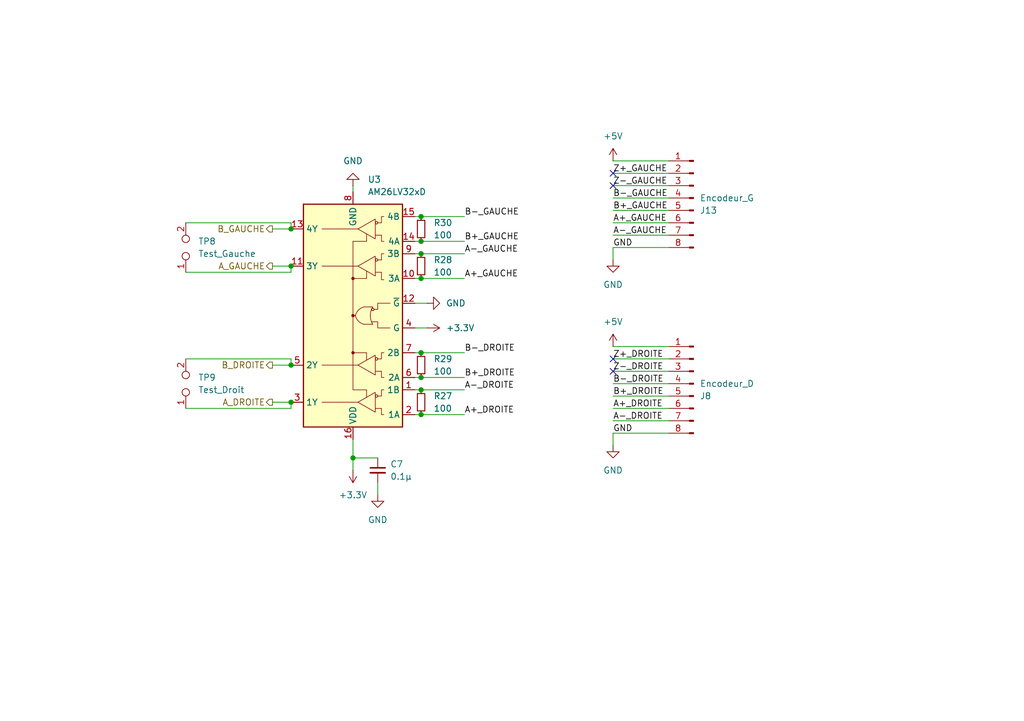
<source format=kicad_sch>
(kicad_sch (version 20231120) (generator "eeschema") (generator_version "8.0")
  (paper "A5")
  (title_block (title "Carte Principale") (date "2024-08-12") (company "CRINSA") (comment 1 "Carte de contrôle pour le robot"))
  (lib_symbols
    (symbol "Connector:Conn_01x08_Pin" (pin_names (offset 1.016) hide)
      (property "Reference" "J" (at 0 10.16 0))
      (property "Value" "Conn_01x08_Pin" (at 0 -12.7 0))
      (symbol "Conn_01x08_Pin_1_1"
        (polyline (pts (xy 1.27 -10.16) (xy 0.8636 -10.16)) (stroke (width 0.1524)))
        (polyline (pts (xy 1.27 -7.62) (xy 0.8636 -7.62)) (stroke (width 0.1524)))
        (polyline (pts (xy 1.27 -5.08) (xy 0.8636 -5.08)) (stroke (width 0.1524)))
        (polyline (pts (xy 1.27 -2.54) (xy 0.8636 -2.54)) (stroke (width 0.1524)))
        (polyline (pts (xy 1.27 0) (xy 0.8636 0)) (stroke (width 0.1524)))
        (polyline (pts (xy 1.27 2.54) (xy 0.8636 2.54)) (stroke (width 0.1524)))
        (polyline (pts (xy 1.27 5.08) (xy 0.8636 5.08)) (stroke (width 0.1524)))
        (polyline (pts (xy 1.27 7.62) (xy 0.8636 7.62)) (stroke (width 0.1524)))
        (rectangle (start 0.8636 -10.033) (end 0 -10.287) (stroke (width 0.1524)) (fill (type outline)))
        (rectangle (start 0.8636 -7.493) (end 0 -7.747) (stroke (width 0.1524)) (fill (type outline)))
        (rectangle (start 0.8636 -4.953) (end 0 -5.207) (stroke (width 0.1524)) (fill (type outline)))
        (rectangle (start 0.8636 -2.413) (end 0 -2.667) (stroke (width 0.1524)) (fill (type outline)))
        (rectangle (start 0.8636 0.127) (end 0 -0.127) (stroke (width 0.1524)) (fill (type outline)))
        (rectangle (start 0.8636 2.667) (end 0 2.413) (stroke (width 0.1524)) (fill (type outline)))
        (rectangle (start 0.8636 5.207) (end 0 4.953) (stroke (width 0.1524)) (fill (type outline)))
        (rectangle (start 0.8636 7.747) (end 0 7.493) (stroke (width 0.1524)) (fill (type outline)))
        (pin passive line (at 5.08 7.62 180) (length 3.81) (name "Pin_1") (number "1"))
        (pin passive line (at 5.08 5.08 180) (length 3.81) (name "Pin_2") (number "2"))
        (pin passive line (at 5.08 2.54 180) (length 3.81) (name "Pin_3") (number "3"))
        (pin passive line (at 5.08 0 180) (length 3.81) (name "Pin_4") (number "4"))
        (pin passive line (at 5.08 -2.54 180) (length 3.81) (name "Pin_5") (number "5"))
        (pin passive line (at 5.08 -5.08 180) (length 3.81) (name "Pin_6") (number "6"))
        (pin passive line (at 5.08 -7.62 180) (length 3.81) (name "Pin_7") (number "7"))
        (pin passive line (at 5.08 -10.16 180) (length 3.81) (name "Pin_8") (number "8"))
      )
    )
    (symbol "Connector:TestPoint_2Pole" (pin_names (offset 0.762) hide)
      (property "Reference" "TP" (at 0 1.524 0))
      (property "Value" "TestPoint_2Pole" (at 0 -1.778 0))
      (symbol "TestPoint_2Pole_0_1"
        (circle (center -1.778 0) (radius 0.762))
        (circle (center 1.778 0) (radius 0.762))
        (pin passive line (at -5.08 0 0) (length 2.54) (name "1") (number "1"))
        (pin passive line (at 5.08 0 180) (length 2.54) (name "2") (number "2"))
      )
    )
    (symbol "Device:C_Small" (pin_numbers hide) (pin_names (offset 0.254) hide)
      (property "Reference" "C" (at 0.254 1.778 0))
      (property "Value" "C_Small" (at 0.254 -2.032 0))
      (symbol "C_Small_0_1"
        (polyline (pts (xy -1.524 -0.508) (xy 1.524 -0.508)) (stroke (width 0.3302)))
        (polyline (pts (xy -1.524 0.508) (xy 1.524 0.508)) (stroke (width 0.3048)))
      )
      (symbol "C_Small_1_1"
        (pin passive line (at 0 2.54 270) (length 2.032) (name "~") (number "1"))
        (pin passive line (at 0 -2.54 90) (length 2.032) (name "~") (number "2"))
      )
    )
    (symbol "Device:R_Small" (pin_numbers hide) (pin_names (offset 0.254) hide)
      (property "Reference" "R" (at 0.762 0.508 0))
      (property "Value" "R_Small" (at 0.762 -1.016 0))
      (symbol "R_Small_0_1"
        (rectangle (start -0.762 1.778) (end 0.762 -1.778) (stroke (width 0.2032)))
      )
      (symbol "R_Small_1_1"
        (pin passive line (at 0 2.54 270) (length 0.762) (name "~") (number "1"))
        (pin passive line (at 0 -2.54 90) (length 0.762) (name "~") (number "2"))
      )
    )
    (symbol "Interface:AM26LV32xD"
      (property "Reference" "U" (at -8.89 24.13 0))
      (property "Value" "AM26LV32xD" (at 10.16 24.13 0))
      (symbol "AM26LV32xD_0_1"
        (rectangle (start -10.16 22.86) (end 10.16 -22.86) (stroke (width 0.254)) (fill (type background)))
        (circle (center -4.826 16.51) (radius 0.254))
        (arc (start -4.064 -1.778) (mid -3.5541 0) (end -4.064 1.778) (stroke (width 0.127)))
        (circle (center -4.064 -1.27) (radius 0.254))
        (arc (start -2.286 -1.778) (mid -1.1381 -1.1479) (end -0.508 0) (stroke (width 0.127)))
        (arc (start -0.508 0) (mid -1.1381 1.1479) (end -2.286 1.778) (stroke (width 0.127)))
        (circle (center 0 -7.62) (radius 0.254) (fill (type outline)))
        (polyline (pts (xy -5.842 16.51) (xy -5.08 16.51)) (stroke (width 0.127)))
        (polyline (pts (xy -5.842 19.05) (xy -4.572 19.05)) (stroke (width 0.127)))
        (polyline (pts (xy -4.064 -1.778) (xy -2.286 -1.778)) (stroke (width 0.127)))
        (polyline (pts (xy -2.286 1.778) (xy -4.064 1.778)) (stroke (width 0.127)))
        (polyline (pts (xy -1.016 -17.78) (xy 6.35 -17.78)) (stroke (width 0.127)))
        (polyline (pts (xy -1.016 -10.16) (xy 6.35 -10.16)) (stroke (width 0.127)))
        (polyline (pts (xy -1.016 10.16) (xy 6.35 10.16)) (stroke (width 0.127)))
        (polyline (pts (xy -1.016 17.78) (xy 6.35 17.78)) (stroke (width 0.127)))
        (polyline (pts (xy -0.508 0) (xy 0 0)))
        (polyline (pts (xy 0 0) (xy 0 -15.24)) (stroke (width 0.127)))
        (polyline (pts (xy 0 7.62) (xy 0 0)) (stroke (width 0.127)))
        (polyline (pts (xy -5.842 -19.05) (xy -5.842 -20.32) (xy -6.35 -20.32)) (stroke (width 0.127)))
        (polyline (pts (xy -5.842 -16.51) (xy -5.842 -15.24) (xy -6.35 -15.24)) (stroke (width 0.127)))
        (polyline (pts (xy -5.842 -11.43) (xy -5.842 -12.7) (xy -6.35 -12.7)) (stroke (width 0.127)))
        (polyline (pts (xy -5.842 -8.89) (xy -5.842 -7.366) (xy -6.35 -7.366)) (stroke (width 0.127)))
        (polyline (pts (xy -5.842 8.89) (xy -5.842 7.62) (xy -6.35 7.62)) (stroke (width 0.127)))
        (polyline (pts (xy -5.842 11.43) (xy -5.842 12.7) (xy -6.35 12.7)) (stroke (width 0.127)))
        (polyline (pts (xy -5.842 19.05) (xy -5.842 20.32) (xy -6.35 20.32)) (stroke (width 0.127)))
        (polyline (pts (xy 0 -15.24) (xy -2.794 -15.24) (xy -2.794 -16.764)) (stroke (width 0.127)))
        (polyline (pts (xy 0 -7.62) (xy -2.794 -7.62) (xy -2.794 -9.144)) (stroke (width 0.127)))
        (polyline (pts (xy 0 7.62) (xy -2.794 7.62) (xy -2.794 9.144)) (stroke (width 0.127)))
        (polyline (pts (xy -7.62 2.54) (xy -5.08 2.54) (xy -5.08 1.27) (xy -3.81 1.27)) (stroke (width 0.127)))
        (polyline (pts (xy -5.842 16.51) (xy -5.842 15.24) (xy -6.096 15.24) (xy -6.35 15.24)) (stroke (width 0.127)))
        (polyline (pts (xy -4.572 19.812) (xy -4.572 15.748) (xy -1.016 17.78) (xy -4.572 19.812)) (stroke (width 0.127)))
        (polyline (pts (xy -4.318 -1.27) (xy -5.08 -1.27) (xy -5.08 -2.54) (xy -7.62 -2.54)) (stroke (width 0.127)))
        (polyline (pts (xy 0 7.62) (xy 0 15.24) (xy -2.794 15.24) (xy -2.794 16.764)) (stroke (width 0.127)))
        (circle (center 0 0) (radius 0.254) (fill (type outline)))
        (circle (center 0 7.62) (radius 0.254) (fill (type outline)))
      )
      (symbol "AM26LV32xD_1_1"
        (circle (center -4.826 -19.05) (radius 0.254))
        (circle (center -4.826 -11.43) (radius 0.254))
        (circle (center -4.826 8.89) (radius 0.254))
        (polyline (pts (xy -5.842 -19.05) (xy -5.08 -19.05)) (stroke (width 0.127)))
        (polyline (pts (xy -5.842 -16.51) (xy -4.572 -16.51)) (stroke (width 0.127)))
        (polyline (pts (xy -5.842 -11.43) (xy -5.08 -11.43)) (stroke (width 0.127)))
        (polyline (pts (xy -5.842 -8.89) (xy -4.572 -8.89)) (stroke (width 0.127)))
        (polyline (pts (xy -5.842 8.89) (xy -5.08 8.89)) (stroke (width 0.127)))
        (polyline (pts (xy -5.842 11.43) (xy -4.572 11.43)) (stroke (width 0.127)))
        (polyline (pts (xy -4.572 -15.748) (xy -4.572 -19.812) (xy -1.016 -17.78) (xy -4.572 -15.748)) (stroke (width 0.127)))
        (polyline (pts (xy -4.572 -8.128) (xy -4.572 -12.192) (xy -1.016 -10.16) (xy -4.572 -8.128)) (stroke (width 0.127)))
        (polyline (pts (xy -4.572 12.192) (xy -4.572 8.128) (xy -1.016 10.16) (xy -4.572 12.192)) (stroke (width 0.127)))
        (pin input line (at -12.7 15.24 0) (length 2.54) (name "1B") (number "1"))
        (pin input line (at -12.7 -7.62 0) (length 2.54) (name "3A") (number "10"))
        (pin tri_state line (at 12.7 -10.16 180) (length 2.54) (name "3Y") (number "11"))
        (pin input line (at -12.7 -2.54 0) (length 2.54) (name "~{G}") (number "12"))
        (pin tri_state line (at 12.7 -17.78 180) (length 2.54) (name "4Y") (number "13"))
        (pin input line (at -12.7 -15.24 0) (length 2.54) (name "4A") (number "14"))
        (pin input line (at -12.7 -20.32 0) (length 2.54) (name "4B") (number "15"))
        (pin power_in line (at 0 25.4 270) (length 2.54) (name "VDD") (number "16"))
        (pin input line (at -12.7 20.32 0) (length 2.54) (name "1A") (number "2"))
        (pin tri_state line (at 12.7 17.78 180) (length 2.54) (name "1Y") (number "3"))
        (pin input line (at -12.7 2.54 0) (length 2.54) (name "G") (number "4"))
        (pin tri_state line (at 12.7 10.16 180) (length 2.54) (name "2Y") (number "5"))
        (pin input line (at -12.7 12.7 0) (length 2.54) (name "2A") (number "6"))
        (pin input line (at -12.7 7.62 0) (length 2.54) (name "2B") (number "7"))
        (pin power_in line (at 0 -25.4 90) (length 2.54) (name "GND") (number "8"))
        (pin input line (at -12.7 -12.7 0) (length 2.54) (name "3B") (number "9"))
      )
    )
    (symbol "power:+3.3V" (power) (pin_numbers hide) (pin_names (offset 0) hide)
      (property "Value" "+3.3V" (at 0 3.556 0))
      (symbol "+3.3V_0_1"
        (polyline (pts (xy -0.762 1.27) (xy 0 2.54)))
        (polyline (pts (xy 0 0) (xy 0 2.54)))
        (polyline (pts (xy 0 2.54) (xy 0.762 1.27)))
      )
      (symbol "+3.3V_1_1"
        (pin power_in line (at 0 0 90) (length 0) (name "~") (number "1"))
      )
    )
    (symbol "power:+5V" (power) (pin_numbers hide) (pin_names (offset 0) hide)
      (property "Value" "+5V" (at 0 3.556 0))
      (symbol "+5V_0_1"
        (polyline (pts (xy -0.762 1.27) (xy 0 2.54)))
        (polyline (pts (xy 0 0) (xy 0 2.54)))
        (polyline (pts (xy 0 2.54) (xy 0.762 1.27)))
      )
      (symbol "+5V_1_1"
        (pin power_in line (at 0 0 90) (length 0) (name "~") (number "1"))
      )
    )
    (symbol "power:GND" (power) (pin_numbers hide) (pin_names (offset 0) hide)
      (property "Value" "GND" (at 0 -3.81 0))
      (symbol "GND_0_1"
        (polyline (pts (xy 0 0) (xy 0 -1.27) (xy 1.27 -1.27) (xy 0 -2.54) (xy -1.27 -1.27) (xy 0 -1.27)))
      )
      (symbol "GND_1_1"
        (pin power_in line (at 0 0 270) (length 0) (name "~") (number "1"))
      )
    )
  )
  (junction (at 59.69 54.61))
  (junction (at 59.69 74.93))
  (junction (at 86.36 49.53))
  (junction (at 86.36 44.45))
  (junction (at 86.36 52.07))
  (junction (at 86.36 57.15))
  (junction (at 86.36 80.01))
  (junction (at 59.69 46.99))
  (junction (at 86.36 85.09))
  (junction (at 59.69 82.55))
  (junction (at 86.36 72.39))
  (junction (at 86.36 77.47))
  (junction (at 72.39 93.98))
  (no_connect (at 125.73 76.2))
  (no_connect (at 125.73 35.56))
  (no_connect (at 125.73 73.66))
  (no_connect (at 125.73 38.1))
  (wire (pts (xy 59.69 83.82) (xy 59.69 82.55)))
  (wire (pts (xy 95.25 49.53) (xy 86.36 49.53)))
  (wire (pts (xy 86.36 72.39) (xy 85.09 72.39)))
  (wire (pts (xy 86.36 77.47) (xy 85.09 77.47)))
  (wire (pts (xy 86.36 57.15) (xy 95.25 57.15)))
  (wire (pts (xy 86.36 80.01) (xy 85.09 80.01)))
  (wire (pts (xy 77.47 99.06) (xy 77.47 101.6)))
  (wire (pts (xy 87.63 62.23) (xy 85.09 62.23)))
  (wire (pts (xy 95.25 77.47) (xy 86.36 77.47)))
  (wire (pts (xy 137.16 45.72) (xy 125.73 45.72)) (stroke (width 0.1524)))
  (wire (pts (xy 55.88 46.99) (xy 59.69 46.99)))
  (wire (pts (xy 55.88 54.61) (xy 59.69 54.61)))
  (wire (pts (xy 137.16 71.12) (xy 125.73 71.12)) (stroke (width 0.1524)))
  (wire (pts (xy 95.25 80.01) (xy 86.36 80.01)))
  (wire (pts (xy 38.1 83.82) (xy 59.69 83.82)))
  (wire (pts (xy 72.39 93.98) (xy 72.39 90.17)))
  (wire (pts (xy 137.16 33.02) (xy 125.73 33.02)) (stroke (width 0.1524)))
  (wire (pts (xy 86.36 52.07) (xy 95.25 52.07)))
  (wire (pts (xy 85.09 52.07) (xy 86.36 52.07)))
  (wire (pts (xy 95.25 44.45) (xy 86.36 44.45)))
  (wire (pts (xy 38.1 73.66) (xy 59.69 73.66)))
  (wire (pts (xy 72.39 38.1) (xy 72.39 39.37)))
  (wire (pts (xy 59.69 55.88) (xy 59.69 54.61)))
  (wire (pts (xy 55.88 74.93) (xy 59.69 74.93)))
  (wire (pts (xy 137.16 76.2) (xy 125.73 76.2)) (stroke (width 0.1524)))
  (wire (pts (xy 86.36 49.53) (xy 85.09 49.53)))
  (wire (pts (xy 137.16 73.66) (xy 125.73 73.66)) (stroke (width 0.1524)))
  (wire (pts (xy 125.73 91.44) (xy 125.73 88.9)) (stroke (width 0.1524)))
  (wire (pts (xy 86.36 44.45) (xy 85.09 44.45)))
  (wire (pts (xy 86.36 85.09) (xy 85.09 85.09)))
  (wire (pts (xy 72.39 96.52) (xy 72.39 93.98)))
  (wire (pts (xy 137.16 38.1) (xy 125.73 38.1)) (stroke (width 0.1524)))
  (wire (pts (xy 38.1 55.88) (xy 59.69 55.88)))
  (wire (pts (xy 137.16 78.74) (xy 125.73 78.74)) (stroke (width 0.1524)))
  (wire (pts (xy 137.16 40.64) (xy 125.73 40.64)) (stroke (width 0.1524)))
  (wire (pts (xy 38.1 45.72) (xy 59.69 45.72)))
  (wire (pts (xy 85.09 57.15) (xy 86.36 57.15)))
  (wire (pts (xy 137.16 50.8) (xy 125.73 50.8)) (stroke (width 0.1524)))
  (wire (pts (xy 137.16 43.18) (xy 125.73 43.18)) (stroke (width 0.1524)))
  (wire (pts (xy 137.16 88.9) (xy 125.73 88.9)) (stroke (width 0.1524)))
  (wire (pts (xy 95.25 85.09) (xy 86.36 85.09)))
  (wire (pts (xy 72.39 93.98) (xy 77.47 93.98)))
  (wire (pts (xy 137.16 83.82) (xy 125.73 83.82)) (stroke (width 0.1524)))
  (wire (pts (xy 55.88 82.55) (xy 59.69 82.55)))
  (wire (pts (xy 137.16 81.28) (xy 125.73 81.28)) (stroke (width 0.1524)))
  (wire (pts (xy 125.73 53.34) (xy 125.73 50.8)) (stroke (width 0.1524)))
  (wire (pts (xy 87.63 67.31) (xy 85.09 67.31)))
  (wire (pts (xy 59.69 73.66) (xy 59.69 74.93)))
  (wire (pts (xy 59.69 45.72) (xy 59.69 46.99)))
  (wire (pts (xy 137.16 48.26) (xy 125.73 48.26)) (stroke (width 0.1524)))
  (wire (pts (xy 137.16 86.36) (xy 125.73 86.36)) (stroke (width 0.1524)))
  (wire (pts (xy 95.25 72.39) (xy 86.36 72.39)))
  (wire (pts (xy 137.16 35.56) (xy 125.73 35.56)) (stroke (width 0.1524)))
  (label "A+_GAUCHE" (at 125.73 45.72 0) (effects (font (size 1.2446 1.2446))))
  (label "B-_GAUCHE" (at 95.25 44.45 0) (effects (font (size 1.2446 1.2446))))
  (label "A-_DROITE" (at 125.73 86.36 0) (effects (font (size 1.2446 1.2446))))
  (label "B-_DROITE" (at 95.25 72.39 0) (effects (font (size 1.2446 1.2446))))
  (label "GND" (at 125.73 50.8 0) (effects (font (size 1.2446 1.2446))))
  (label "B+_GAUCHE" (at 95.25 49.53 0) (effects (font (size 1.2446 1.2446))))
  (label "A-_GAUCHE" (at 125.73 48.26 0) (effects (font (size 1.2446 1.2446))))
  (label "B+_DROITE" (at 125.73 81.28 0) (effects (font (size 1.2446 1.2446))))
  (label "Z-_GAUCHE" (at 125.73 38.1 0) (effects (font (size 1.2446 1.2446))))
  (label "A-_GAUCHE" (at 95.25 52.07 0) (effects (font (size 1.2446 1.2446))))
  (label "B-_GAUCHE" (at 125.73 40.64 0) (effects (font (size 1.2446 1.2446))))
  (label "Z-_DROITE" (at 125.73 76.2 0) (effects (font (size 1.2446 1.2446))))
  (label "B-_DROITE" (at 125.73 78.74 0) (effects (font (size 1.2446 1.2446))))
  (label "Z+_DROITE" (at 125.73 73.66 0) (effects (font (size 1.2446 1.2446))))
  (label "A-_DROITE" (at 95.25 80.01 0) (effects (font (size 1.2446 1.2446))))
  (label "Z+_GAUCHE" (at 125.73 35.56 0) (effects (font (size 1.2446 1.2446))))
  (label "A+_GAUCHE" (at 95.25 57.15 0) (effects (font (size 1.2446 1.2446))))
  (label "A+_DROITE" (at 125.73 83.82 0) (effects (font (size 1.2446 1.2446))))
  (label "B+_GAUCHE" (at 125.73 43.18 0) (effects (font (size 1.2446 1.2446))))
  (label "GND" (at 125.73 88.9 0) (effects (font (size 1.2446 1.2446))))
  (label "A+_DROITE" (at 95.25 85.09 0) (effects (font (size 1.2446 1.2446))))
  (label "B+_DROITE" (at 95.25 77.47 0) (effects (font (size 1.2446 1.2446))))
  (hierarchical_label "B_DROITE" (shape output) (at 55.88 74.93 180))
  (hierarchical_label "B_GAUCHE" (shape output) (at 55.88 46.99 180))
  (hierarchical_label "A_GAUCHE" (shape output) (at 55.88 54.61 180))
  (hierarchical_label "A_DROITE" (shape output) (at 55.88 82.55 180))
  (symbol (lib_id "power:GND") (at 125.73 91.44 0) (unit 1)
    (property "Reference" "#PWR034" (effects (hide yes)))
    (property "Value" "GND" (at 125.73 96.52 0))
    (property "Description" "Power symbol creates a global label with name \"GND\" , ground" (effects (hide yes)))
  )
  (symbol (lib_id "Connector:TestPoint_2Pole") (at 38.1 78.74 90) (unit 1)
    (property "Reference" "TP9" (at 40.64 77.4699 90) (effects (justify right)))
    (property "Value" "Test_Droit" (at 40.64 80.0099 90) (effects (justify right)))
    (property "Footprint" "TestPoint:TestPoint_2Pads_Pitch2.54mm_Drill0.8mm" (effects (hide yes)))
    (property "Description" "2-polar test point" (effects (hide yes)))
  )
  (symbol (lib_id "power:+5V") (at 125.73 33.02 0) (unit 1)
    (property "Reference" "#PWR027" (effects (hide yes)))
    (property "Value" "+5V" (at 125.73 27.94 0))
    (property "Description" "Power symbol creates a global label with name \"+5V\"" (effects (hide yes)))
  )
  (symbol (lib_id "Connector:Conn_01x08_Pin") (at 142.24 78.74 0) (mirror y) (unit 1)
    (property "Reference" "J8" (at 143.51 81.2801 0) (effects (justify right)))
    (property "Value" "Encodeur_D" (at 143.51 78.7401 0) (effects (justify right)))
    (property "Footprint" "Connector_JST:JST_XH_B8B-XH-A_1x08_P2.50mm_Vertical" (effects (hide yes)))
    (property "Description" "Generic connector, single row, 01x08, script generated" (effects (hide yes)))
  )
  (symbol (lib_id "Connector:TestPoint_2Pole") (at 38.1 50.8 90) (unit 1)
    (property "Reference" "TP8" (at 40.64 49.5299 90) (effects (justify right)))
    (property "Value" "Test_Gauche" (at 40.64 52.0699 90) (effects (justify right)))
    (property "Footprint" "TestPoint:TestPoint_2Pads_Pitch2.54mm_Drill0.8mm" (effects (hide yes)))
    (property "Description" "2-polar test point" (effects (hide yes)))
  )
  (symbol (lib_id "power:GND") (at 77.47 101.6 0) (unit 1)
    (property "Reference" "#PWR011" (effects (hide yes)))
    (property "Value" "GND" (at 77.47 106.68 0))
    (property "Description" "Power symbol creates a global label with name \"GND\" , ground" (effects (hide yes)))
  )
  (symbol (lib_id "power:+5V") (at 125.73 71.12 0) (unit 1)
    (property "Reference" "#PWR032" (effects (hide yes)))
    (property "Value" "+5V" (at 125.73 66.04 0))
    (property "Description" "Power symbol creates a global label with name \"+5V\"" (effects (hide yes)))
  )
  (symbol (lib_id "Device:R_Small") (at 86.36 74.93 0) (unit 1)
    (property "Reference" "R29" (at 88.9 73.6599 0) (effects (justify left)))
    (property "Value" "100" (at 88.9 76.1999 0) (effects (justify left)))
    (property "Footprint" "Resistor_SMD:R_1210_3225Metric_Pad1.30x2.65mm_HandSolder" (effects (hide yes)))
    (property "Description" "Resistor, small symbol" (effects (hide yes)))
  )
  (symbol (lib_id "Device:R_Small") (at 86.36 54.61 0) (unit 1)
    (property "Reference" "R28" (at 88.9 53.3399 0) (effects (justify left)))
    (property "Value" "100" (at 88.9 55.8799 0) (effects (justify left)))
    (property "Footprint" "Resistor_SMD:R_1210_3225Metric_Pad1.30x2.65mm_HandSolder" (effects (hide yes)))
    (property "Description" "Resistor, small symbol" (effects (hide yes)))
  )
  (symbol (lib_id "power:GND") (at 87.63 62.23 90) (unit 1)
    (property "Reference" "#PWR030" (effects (hide yes)))
    (property "Value" "GND" (at 91.44 62.23 90) (effects (justify right)))
    (property "Description" "Power symbol creates a global label with name \"GND\" , ground" (effects (hide yes)))
  )
  (symbol (lib_id "power:GND") (at 72.39 38.1 180) (unit 1)
    (property "Reference" "#PWR028" (effects (hide yes)))
    (property "Value" "GND" (at 72.39 33.02 0))
    (property "Description" "Power symbol creates a global label with name \"GND\" , ground" (effects (hide yes)))
  )
  (symbol (lib_id "Connector:Conn_01x08_Pin") (at 142.24 40.64 0) (mirror y) (unit 1)
    (property "Reference" "J13" (at 143.51 43.1801 0) (effects (justify right)))
    (property "Value" "Encodeur_G" (at 143.51 40.6401 0) (effects (justify right)))
    (property "Footprint" "Connector_JST:JST_XH_B8B-XH-A_1x08_P2.50mm_Vertical" (effects (hide yes)))
    (property "Description" "Generic connector, single row, 01x08, script generated" (effects (hide yes)))
  )
  (symbol (lib_id "Device:R_Small") (at 86.36 46.99 0) (unit 1)
    (property "Reference" "R30" (at 88.9 45.7199 0) (effects (justify left)))
    (property "Value" "100" (at 88.9 48.2599 0) (effects (justify left)))
    (property "Footprint" "Resistor_SMD:R_1210_3225Metric_Pad1.30x2.65mm_HandSolder" (effects (hide yes)))
    (property "Description" "Resistor, small symbol" (effects (hide yes)))
  )
  (symbol (lib_id "power:+3.3V") (at 87.63 67.31 270) (unit 1)
    (property "Reference" "#PWR031" (effects (hide yes)))
    (property "Value" "+3.3V" (at 91.44 67.31 90) (effects (justify left)))
    (property "Description" "Power symbol creates a global label with name \"+3.3V\"" (effects (hide yes)))
  )
  (symbol (lib_id "power:+3.3V") (at 72.39 96.52 180) (unit 1)
    (property "Reference" "#PWR033" (effects (hide yes)))
    (property "Value" "+3.3V" (at 72.39 101.6 0))
    (property "Description" "Power symbol creates a global label with name \"+3.3V\"" (effects (hide yes)))
  )
  (symbol (lib_id "Device:R_Small") (at 86.36 82.55 0) (unit 1)
    (property "Reference" "R27" (at 88.9 81.2799 0) (effects (justify left)))
    (property "Value" "100" (at 88.9 83.8199 0) (effects (justify left)))
    (property "Footprint" "Resistor_SMD:R_1210_3225Metric_Pad1.30x2.65mm_HandSolder" (effects (hide yes)))
    (property "Description" "Resistor, small symbol" (effects (hide yes)))
  )
  (symbol (lib_id "Device:C_Small") (at 77.47 96.52 0) (unit 1)
    (property "Reference" "C7" (at 80.01 95.2562 0) (effects (justify left)))
    (property "Value" "0.1µ" (at 80.01 97.7962 0) (effects (justify left)))
    (property "Footprint" "Capacitor_SMD:C_1210_3225Metric_Pad1.33x2.70mm_HandSolder" (effects (hide yes)))
    (property "Description" "Unpolarized capacitor, small symbol" (effects (hide yes)))
  )
  (symbol (lib_id "Interface:AM26LV32xD") (at 72.39 64.77 180) (unit 1)
    (property "Reference" "U3" (at 75.4065 36.83 0) (effects (justify right)))
    (property "Value" "AM26LV32xD" (at 75.4065 39.37 0) (effects (justify right)))
    (property "Footprint" "Package_SO:SOIC-16_3.9x9.9mm_P1.27mm" (effects (hide yes)))
    (property "Datasheet" "http://www.ti.com/lit/ds/symlink/am26lv32.pdf" (effects (hide yes)))
    (property "Description" "32Mbps 3.3V RS485 Quad Line Receivers, SOIC-16" (effects (hide yes)))
  )
  (symbol (lib_id "power:GND") (at 125.73 53.34 0) (unit 1)
    (property "Reference" "#PWR029" (effects (hide yes)))
    (property "Value" "GND" (at 125.73 58.42 0))
    (property "Description" "Power symbol creates a global label with name \"GND\" , ground" (effects (hide yes)))
  )
)
</source>
